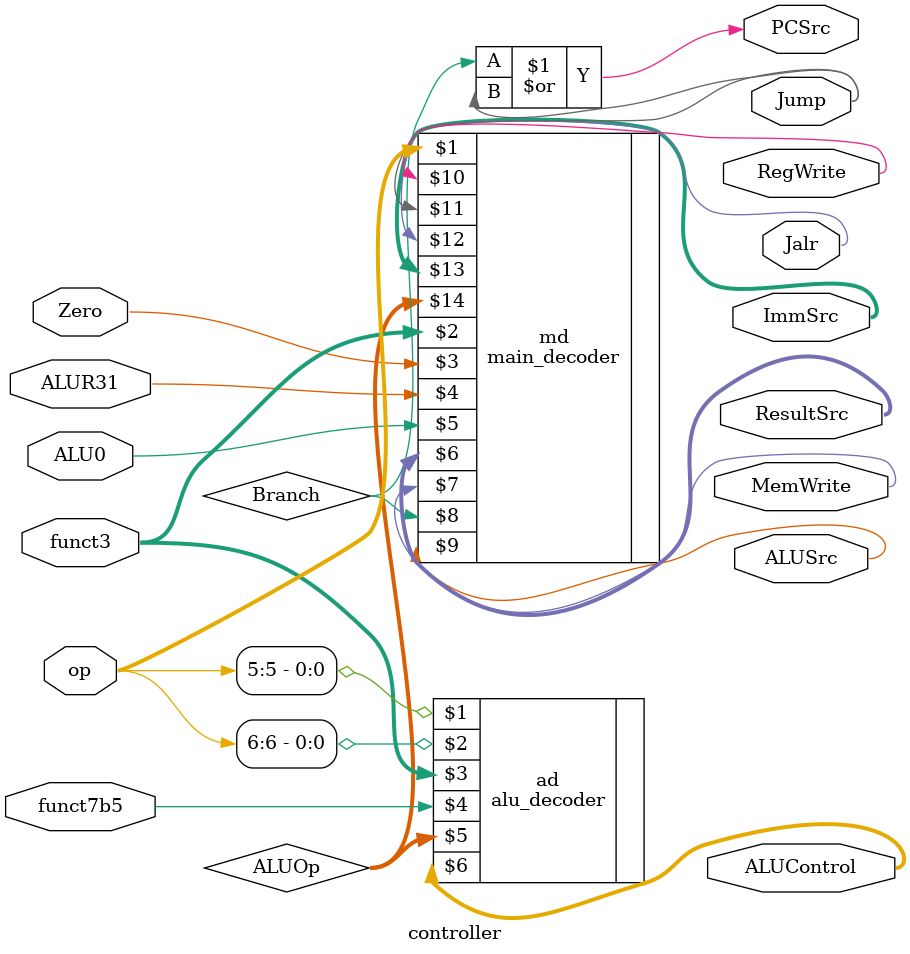
<source format=v>


module controller (
    input [6:0]  op,
    input [2:0]  funct3,
    input        funct7b5,
    input        Zero,ALUR31,ALU0,
    output       [1:0] ResultSrc,
    output       MemWrite,
    output       PCSrc, ALUSrc,
    output       RegWrite, Jump,Jalr,
    output [1:0] ImmSrc,
    output [3:0] ALUControl
);

wire [1:0] ALUOp;
wire       Branch;

main_decoder    md (op,funct3,Zero,ALUR31,ALU0,ResultSrc, MemWrite, Branch,
                    ALUSrc, RegWrite, Jump,Jalr, ImmSrc, ALUOp);

alu_decoder     ad (op[5],op[6], funct3, funct7b5, ALUOp, ALUControl);

// for jump and branch
assign PCSrc = (Branch | Jump);

endmodule


</source>
